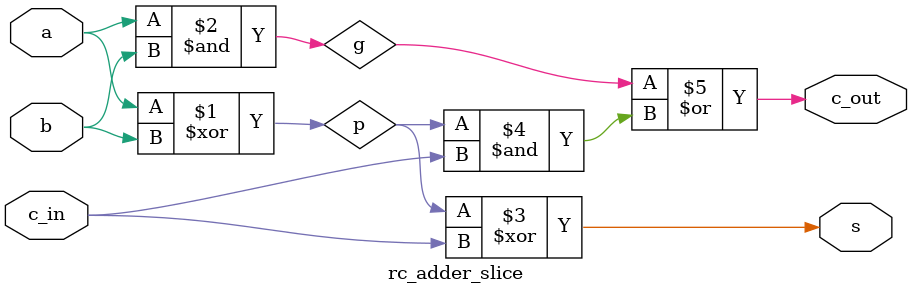
<source format=sv>
module rc_adder_slice (
input logic a, b, c_in,
output logic s, c_out
);

    logic p, g;

    assign p = a ^ b;
    assign g = a & b;

    assign s     = p ^ c_in;
    assign c_out = g | (p & c_in);

endmodule
</source>
